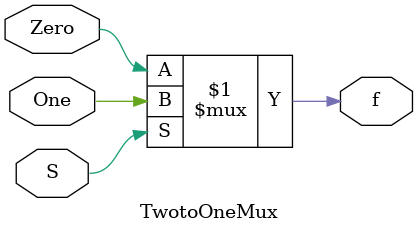
<source format=v>


module HolderShifterModule(
	DCLK,
	shift1,
	RST,
	HS_Input,
	HS_Output
);

input wire	DCLK;
input wire	shift1;
input wire	RST;
input wire	HS_Input;
output wire	HS_Output;

wire	SYNTHESIZED_WIRE_0;
wire	SYNTHESIZED_WIRE_1;
reg	DFF_inst;

assign	SYNTHESIZED_WIRE_1 = 1;

always@(posedge DCLK or negedge SYNTHESIZED_WIRE_0 or negedge SYNTHESIZED_WIRE_1)
begin
if (!SYNTHESIZED_WIRE_0)
	begin
	DFF_inst <= 0;
	end
else
if (!SYNTHESIZED_WIRE_1)
	begin
	DFF_inst <= 1;
	end
else
	begin
	DFF_inst <= HS_Input;
	end
end

assign	SYNTHESIZED_WIRE_0 =  ~RST;

// Instantiate the 2-to-1 multiplexer
TwotoOneMux b2v_inst5(
	.Zero(DFF_inst),
	.S(shift1),
	.One(HS_Input),
	.f(HS_Output));

endmodule

// 2-to-1 Multiplexer module definition
module TwotoOneMux(
    input wire Zero,     // Input 0
    input wire One,      // Input 1
    input wire S,        // Selector signal
    output wire f        // Output
);
    assign f = (S) ? One : Zero;
endmodule


</source>
